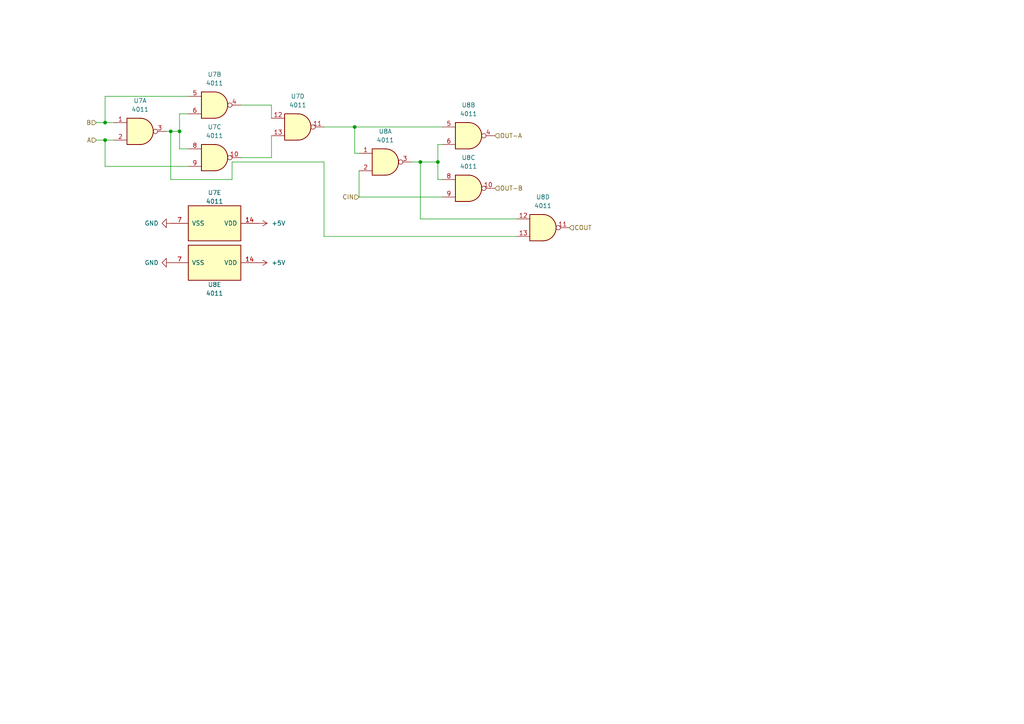
<source format=kicad_sch>
(kicad_sch (version 20211123) (generator eeschema)
  (paper "A4")
  (lib_symbols
    (symbol "4xxx:4011" (pin_names (offset 1.016))
      (property "Reference" "U" (at 0 1.27 0))
      (property "Value" "4011" (at 0 -1.27 0))
      (symbol "4011_1_1"
        (arc (start 0 -3.81) (mid 3.81 0) (end 0 3.81) (stroke (width 0.254)) (fill (type background)))
        (polyline (pts (xy 0 3.81) (xy -3.81 3.81) (xy -3.81 -3.81) (xy 0 -3.81)) (stroke (width 0.254)) (fill (type background)))
        (pin input line (at -7.62 2.54 0) (length 3.81) (name "~") (number "1"))
        (pin input line (at -7.62 -2.54 0) (length 3.81) (name "~") (number "2"))
        (pin output inverted (at 7.62 0 180) (length 3.81) (name "~") (number "3"))
      )
      (symbol "4011_1_2"
        (arc (start -3.81 -3.81) (mid -2.589 0) (end -3.81 3.81) (stroke (width 0.254)))
        (arc (start -0.6096 -3.81) (mid 2.1842 -2.5851) (end 3.81 0) (stroke (width 0.254)) (fill (type background)))
        (polyline (pts (xy -3.81 -3.81) (xy -0.635 -3.81)) (stroke (width 0.254)) (fill (type background)))
        (polyline (pts (xy -3.81 3.81) (xy -0.635 3.81)) (stroke (width 0.254)) (fill (type background)))
        (polyline (pts (xy -0.635 3.81) (xy -3.81 3.81) (xy -3.81 3.81) (xy -3.556 3.4036) (xy -3.0226 2.2606) (xy -2.6924 1.0414) (xy -2.6162 -0.254) (xy -2.7686 -1.4986) (xy -3.175 -2.7178) (xy -3.81 -3.81) (xy -3.81 -3.81) (xy -0.635 -3.81)) (stroke (width -25.4)) (fill (type background)))
        (arc (start 3.81 0) (mid 2.1915 2.5936) (end -0.6096 3.81) (stroke (width 0.254)) (fill (type background)))
        (pin input inverted (at -7.62 2.54 0) (length 4.318) (name "~") (number "1"))
        (pin input inverted (at -7.62 -2.54 0) (length 4.318) (name "~") (number "2"))
        (pin output line (at 7.62 0 180) (length 3.81) (name "~") (number "3"))
      )
      (symbol "4011_2_1"
        (arc (start 0 -3.81) (mid 3.81 0) (end 0 3.81) (stroke (width 0.254)) (fill (type background)))
        (polyline (pts (xy 0 3.81) (xy -3.81 3.81) (xy -3.81 -3.81) (xy 0 -3.81)) (stroke (width 0.254)) (fill (type background)))
        (pin output inverted (at 7.62 0 180) (length 3.81) (name "~") (number "4"))
        (pin input line (at -7.62 2.54 0) (length 3.81) (name "~") (number "5"))
        (pin input line (at -7.62 -2.54 0) (length 3.81) (name "~") (number "6"))
      )
      (symbol "4011_2_2"
        (arc (start -3.81 -3.81) (mid -2.589 0) (end -3.81 3.81) (stroke (width 0.254)))
        (arc (start -0.6096 -3.81) (mid 2.1842 -2.5851) (end 3.81 0) (stroke (width 0.254)) (fill (type background)))
        (polyline (pts (xy -3.81 -3.81) (xy -0.635 -3.81)) (stroke (width 0.254)) (fill (type background)))
        (polyline (pts (xy -3.81 3.81) (xy -0.635 3.81)) (stroke (width 0.254)) (fill (type background)))
        (polyline (pts (xy -0.635 3.81) (xy -3.81 3.81) (xy -3.81 3.81) (xy -3.556 3.4036) (xy -3.0226 2.2606) (xy -2.6924 1.0414) (xy -2.6162 -0.254) (xy -2.7686 -1.4986) (xy -3.175 -2.7178) (xy -3.81 -3.81) (xy -3.81 -3.81) (xy -0.635 -3.81)) (stroke (width -25.4)) (fill (type background)))
        (arc (start 3.81 0) (mid 2.1915 2.5936) (end -0.6096 3.81) (stroke (width 0.254)) (fill (type background)))
        (pin output line (at 7.62 0 180) (length 3.81) (name "~") (number "4"))
        (pin input inverted (at -7.62 2.54 0) (length 4.318) (name "~") (number "5"))
        (pin input inverted (at -7.62 -2.54 0) (length 4.318) (name "~") (number "6"))
      )
      (symbol "4011_3_1"
        (arc (start 0 -3.81) (mid 3.81 0) (end 0 3.81) (stroke (width 0.254)) (fill (type background)))
        (polyline (pts (xy 0 3.81) (xy -3.81 3.81) (xy -3.81 -3.81) (xy 0 -3.81)) (stroke (width 0.254)) (fill (type background)))
        (pin output inverted (at 7.62 0 180) (length 3.81) (name "~") (number "10"))
        (pin input line (at -7.62 2.54 0) (length 3.81) (name "~") (number "8"))
        (pin input line (at -7.62 -2.54 0) (length 3.81) (name "~") (number "9"))
      )
      (symbol "4011_3_2"
        (arc (start -3.81 -3.81) (mid -2.589 0) (end -3.81 3.81) (stroke (width 0.254)))
        (arc (start -0.6096 -3.81) (mid 2.1842 -2.5851) (end 3.81 0) (stroke (width 0.254)) (fill (type background)))
        (polyline (pts (xy -3.81 -3.81) (xy -0.635 -3.81)) (stroke (width 0.254)) (fill (type background)))
        (polyline (pts (xy -3.81 3.81) (xy -0.635 3.81)) (stroke (width 0.254)) (fill (type background)))
        (polyline (pts (xy -0.635 3.81) (xy -3.81 3.81) (xy -3.81 3.81) (xy -3.556 3.4036) (xy -3.0226 2.2606) (xy -2.6924 1.0414) (xy -2.6162 -0.254) (xy -2.7686 -1.4986) (xy -3.175 -2.7178) (xy -3.81 -3.81) (xy -3.81 -3.81) (xy -0.635 -3.81)) (stroke (width -25.4)) (fill (type background)))
        (arc (start 3.81 0) (mid 2.1915 2.5936) (end -0.6096 3.81) (stroke (width 0.254)) (fill (type background)))
        (pin output line (at 7.62 0 180) (length 3.81) (name "~") (number "10"))
        (pin input inverted (at -7.62 2.54 0) (length 4.318) (name "~") (number "8"))
        (pin input inverted (at -7.62 -2.54 0) (length 4.318) (name "~") (number "9"))
      )
      (symbol "4011_4_1"
        (arc (start 0 -3.81) (mid 3.81 0) (end 0 3.81) (stroke (width 0.254)) (fill (type background)))
        (polyline (pts (xy 0 3.81) (xy -3.81 3.81) (xy -3.81 -3.81) (xy 0 -3.81)) (stroke (width 0.254)) (fill (type background)))
        (pin output inverted (at 7.62 0 180) (length 3.81) (name "~") (number "11"))
        (pin input line (at -7.62 2.54 0) (length 3.81) (name "~") (number "12"))
        (pin input line (at -7.62 -2.54 0) (length 3.81) (name "~") (number "13"))
      )
      (symbol "4011_4_2"
        (arc (start -3.81 -3.81) (mid -2.589 0) (end -3.81 3.81) (stroke (width 0.254)))
        (arc (start -0.6096 -3.81) (mid 2.1842 -2.5851) (end 3.81 0) (stroke (width 0.254)) (fill (type background)))
        (polyline (pts (xy -3.81 -3.81) (xy -0.635 -3.81)) (stroke (width 0.254)) (fill (type background)))
        (polyline (pts (xy -3.81 3.81) (xy -0.635 3.81)) (stroke (width 0.254)) (fill (type background)))
        (polyline (pts (xy -0.635 3.81) (xy -3.81 3.81) (xy -3.81 3.81) (xy -3.556 3.4036) (xy -3.0226 2.2606) (xy -2.6924 1.0414) (xy -2.6162 -0.254) (xy -2.7686 -1.4986) (xy -3.175 -2.7178) (xy -3.81 -3.81) (xy -3.81 -3.81) (xy -0.635 -3.81)) (stroke (width -25.4)) (fill (type background)))
        (arc (start 3.81 0) (mid 2.1915 2.5936) (end -0.6096 3.81) (stroke (width 0.254)) (fill (type background)))
        (pin output line (at 7.62 0 180) (length 3.81) (name "~") (number "11"))
        (pin input inverted (at -7.62 2.54 0) (length 4.318) (name "~") (number "12"))
        (pin input inverted (at -7.62 -2.54 0) (length 4.318) (name "~") (number "13"))
      )
      (symbol "4011_5_0"
        (pin power_in line (at 0 12.7 270) (length 5.08) (name "VDD") (number "14"))
        (pin power_in line (at 0 -12.7 90) (length 5.08) (name "VSS") (number "7"))
      )
      (symbol "4011_5_1"
        (rectangle (start -5.08 7.62) (end 5.08 -7.62) (stroke (width 0.254)) (fill (type background)))
      )
    )
    (symbol "power:+5V" (power) (pin_names (offset 0))
      (property "Value" "+5V" (at 0 3.556 0))
      (symbol "+5V_0_1"
        (polyline (pts (xy -0.762 1.27) (xy 0 2.54)))
        (polyline (pts (xy 0 0) (xy 0 2.54)))
        (polyline (pts (xy 0 2.54) (xy 0.762 1.27)))
      )
      (symbol "+5V_1_1"
        (pin power_in line (at 0 0 90) (length 0) hide (name "+5V") (number "1"))
      )
    )
    (symbol "power:GND" (power) (pin_names (offset 0))
      (property "Value" "GND" (at 0 -3.81 0))
      (symbol "GND_0_1"
        (polyline (pts (xy 0 0) (xy 0 -1.27) (xy 1.27 -1.27) (xy 0 -2.54) (xy -1.27 -1.27) (xy 0 -1.27)))
      )
      (symbol "GND_1_1"
        (pin power_in line (at 0 0 270) (length 0) hide (name "GND") (number "1"))
      )
    )
  )
  (junction (at 102.87 36.83))
  (junction (at 30.48 35.56))
  (junction (at 52.07 38.1))
  (junction (at 30.48 40.64))
  (junction (at 121.92 46.99))
  (junction (at 49.53 38.1))
  (junction (at 127 46.99))
  (wire (pts (xy 30.48 40.64) (xy 33.02 40.64)))
  (wire (pts (xy 27.94 40.64) (xy 30.48 40.64)))
  (wire (pts (xy 104.14 57.15) (xy 128.27 57.15)))
  (wire (pts (xy 69.85 45.72) (xy 78.74 45.72)))
  (wire (pts (xy 52.07 43.18) (xy 52.07 38.1)))
  (wire (pts (xy 52.07 33.02) (xy 54.61 33.02)))
  (wire (pts (xy 104.14 44.45) (xy 102.87 44.45)))
  (wire (pts (xy 149.86 63.5) (xy 121.92 63.5)))
  (wire (pts (xy 67.31 52.07) (xy 49.53 52.07)))
  (wire (pts (xy 127 46.99) (xy 127 52.07)))
  (wire (pts (xy 127 41.91) (xy 128.27 41.91)))
  (wire (pts (xy 78.74 45.72) (xy 78.74 39.37)))
  (wire (pts (xy 67.31 46.99) (xy 67.31 52.07)))
  (wire (pts (xy 102.87 36.83) (xy 128.27 36.83)))
  (wire (pts (xy 119.38 46.99) (xy 121.92 46.99)))
  (wire (pts (xy 102.87 36.83) (xy 102.87 44.45)))
  (wire (pts (xy 27.94 35.56) (xy 30.48 35.56)))
  (wire (pts (xy 54.61 43.18) (xy 52.07 43.18)))
  (wire (pts (xy 30.48 48.26) (xy 30.48 40.64)))
  (wire (pts (xy 30.48 27.94) (xy 30.48 35.56)))
  (wire (pts (xy 49.53 52.07) (xy 49.53 38.1)))
  (wire (pts (xy 93.98 36.83) (xy 102.87 36.83)))
  (wire (pts (xy 52.07 38.1) (xy 52.07 33.02)))
  (wire (pts (xy 69.85 30.48) (xy 78.74 30.48)))
  (wire (pts (xy 149.86 68.58) (xy 93.98 68.58)))
  (wire (pts (xy 49.53 38.1) (xy 52.07 38.1)))
  (wire (pts (xy 30.48 35.56) (xy 33.02 35.56)))
  (wire (pts (xy 104.14 49.53) (xy 104.14 57.15)))
  (wire (pts (xy 93.98 68.58) (xy 93.98 46.99)))
  (wire (pts (xy 121.92 46.99) (xy 127 46.99)))
  (wire (pts (xy 54.61 27.94) (xy 30.48 27.94)))
  (wire (pts (xy 54.61 48.26) (xy 30.48 48.26)))
  (wire (pts (xy 48.26 38.1) (xy 49.53 38.1)))
  (wire (pts (xy 93.98 46.99) (xy 67.31 46.99)))
  (wire (pts (xy 121.92 63.5) (xy 121.92 46.99)))
  (wire (pts (xy 78.74 30.48) (xy 78.74 34.29)))
  (wire (pts (xy 128.27 52.07) (xy 127 52.07)))
  (wire (pts (xy 127 46.99) (xy 127 41.91)))
  (hierarchical_label "CIN" (shape input) (at 104.14 57.15 180))
  (hierarchical_label "OUT-B" (shape input) (at 143.51 54.61 0))
  (hierarchical_label "A" (shape input) (at 27.94 40.64 180))
  (hierarchical_label "OUT-A" (shape input) (at 143.51 39.37 0))
  (hierarchical_label "COUT" (shape input) (at 165.1 66.04 0))
  (hierarchical_label "B" (shape input) (at 27.94 35.56 180))
  (symbol (lib_id "power:+5V") (at 74.93 76.2 270) (unit 1)
    (property "Reference" "#PWR0101" (effects hide))
    (property "Value" "+5V" (at 78.74 76.1999 90) (effects (justify left)))
  )
  (symbol (lib_id "4xxx:4011") (at 62.23 45.72 0) (unit 3)
    (property "Reference" "U7" (at 62.23 36.83 0))
    (property "Value" "4011" (at 62.23 39.37 0))
    (property "Footprint" "Package_SO:SOIC-14_3.9x8.7mm_P1.27mm" (effects hide))
    (property "Datasheet" "http://www.intersil.com/content/dam/Intersil/documents/cd40/cd4011bms-12bms-23bms.pdf" (effects hide))
  )
  (symbol (lib_id "power:+5V") (at 74.93 64.77 270) (unit 1)
    (property "Reference" "#PWR0102" (effects hide))
    (property "Value" "+5V" (at 78.74 64.7699 90) (effects (justify left)))
  )
  (symbol (lib_id "power:GND") (at 49.53 76.2 270) (unit 1)
    (property "Reference" "#PWR0103" (effects hide))
    (property "Value" "GND" (at 41.91 76.2 90) (effects (justify left)))
  )
  (symbol (lib_id "4xxx:4011") (at 157.48 66.04 0) (unit 4)
    (property "Reference" "U8" (at 157.48 57.15 0))
    (property "Value" "4011" (at 157.48 59.69 0))
    (property "Footprint" "Package_SO:SOIC-14_3.9x8.7mm_P1.27mm" (effects hide))
    (property "Datasheet" "http://www.intersil.com/content/dam/Intersil/documents/cd40/cd4011bms-12bms-23bms.pdf" (effects hide))
  )
  (symbol (lib_id "4xxx:4011") (at 86.36 36.83 0) (unit 4)
    (property "Reference" "U7" (at 86.36 27.94 0))
    (property "Value" "4011" (at 86.36 30.48 0))
    (property "Footprint" "Package_SO:SOIC-14_3.9x8.7mm_P1.27mm" (effects hide))
    (property "Datasheet" "http://www.intersil.com/content/dam/Intersil/documents/cd40/cd4011bms-12bms-23bms.pdf" (effects hide))
  )
  (symbol (lib_id "4xxx:4011") (at 62.23 76.2 270) (unit 5)
    (property "Reference" "U8" (at 62.23 82.55 90))
    (property "Value" "4011" (at 62.23 85.09 90))
    (property "Footprint" "Package_SO:SOIC-14_3.9x8.7mm_P1.27mm" (effects hide))
    (property "Datasheet" "http://www.intersil.com/content/dam/Intersil/documents/cd40/cd4011bms-12bms-23bms.pdf" (effects hide))
  )
  (symbol (lib_id "4xxx:4011") (at 62.23 64.77 270) (unit 5)
    (property "Reference" "U7" (at 62.23 55.88 90))
    (property "Value" "4011" (at 62.23 58.42 90))
    (property "Footprint" "Package_SO:SOIC-14_3.9x8.7mm_P1.27mm" (effects hide))
    (property "Datasheet" "http://www.intersil.com/content/dam/Intersil/documents/cd40/cd4011bms-12bms-23bms.pdf" (effects hide))
  )
  (symbol (lib_id "4xxx:4011") (at 135.89 39.37 0) (unit 2)
    (property "Reference" "U8" (at 135.89 30.48 0))
    (property "Value" "4011" (at 135.89 33.02 0))
    (property "Footprint" "Package_SO:SOIC-14_3.9x8.7mm_P1.27mm" (effects hide))
    (property "Datasheet" "http://www.intersil.com/content/dam/Intersil/documents/cd40/cd4011bms-12bms-23bms.pdf" (effects hide))
  )
  (symbol (lib_id "4xxx:4011") (at 62.23 30.48 0) (unit 2)
    (property "Reference" "U7" (at 62.23 21.59 0))
    (property "Value" "4011" (at 62.23 24.13 0))
    (property "Footprint" "Package_SO:SOIC-14_3.9x8.7mm_P1.27mm" (effects hide))
    (property "Datasheet" "http://www.intersil.com/content/dam/Intersil/documents/cd40/cd4011bms-12bms-23bms.pdf" (effects hide))
  )
  (symbol (lib_id "4xxx:4011") (at 40.64 38.1 0) (unit 1)
    (property "Reference" "U7" (at 40.64 29.21 0))
    (property "Value" "4011" (at 40.64 31.75 0))
    (property "Footprint" "Package_SO:SOIC-14_3.9x8.7mm_P1.27mm" (effects hide))
    (property "Datasheet" "http://www.intersil.com/content/dam/Intersil/documents/cd40/cd4011bms-12bms-23bms.pdf" (effects hide))
  )
  (symbol (lib_id "4xxx:4011") (at 111.76 46.99 0) (unit 1)
    (property "Reference" "U8" (at 111.76 38.1 0))
    (property "Value" "4011" (at 111.76 40.64 0))
    (property "Footprint" "Package_SO:SOIC-14_3.9x8.7mm_P1.27mm" (effects hide))
    (property "Datasheet" "http://www.intersil.com/content/dam/Intersil/documents/cd40/cd4011bms-12bms-23bms.pdf" (effects hide))
  )
  (symbol (lib_id "power:GND") (at 49.53 64.77 270) (unit 1)
    (property "Reference" "#PWR0104" (effects hide))
    (property "Value" "GND" (at 41.91 64.77 90) (effects (justify left)))
  )
  (symbol (lib_id "4xxx:4011") (at 135.89 54.61 0) (unit 3)
    (property "Reference" "U8" (at 135.89 45.72 0))
    (property "Value" "4011" (at 135.89 48.26 0))
    (property "Footprint" "Package_SO:SOIC-14_3.9x8.7mm_P1.27mm" (effects hide))
    (property "Datasheet" "http://www.intersil.com/content/dam/Intersil/documents/cd40/cd4011bms-12bms-23bms.pdf" (effects hide))
  )
)
</source>
